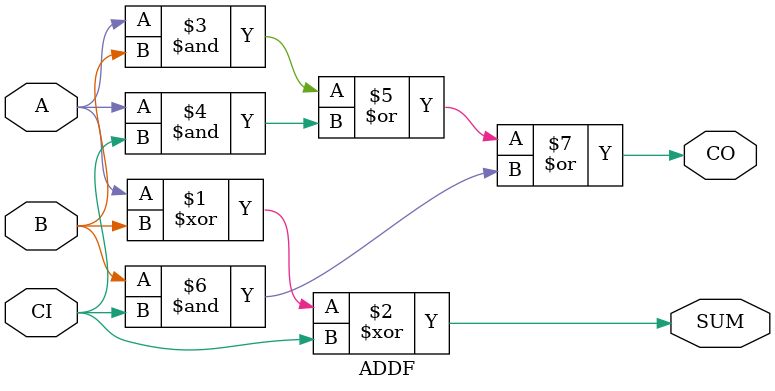
<source format=v>

module ADDF(
  input [0:0] A, // Input a
  input [0:0] B, // Input b
  input [0:0] CI, // Input cin
  output [0:0] CO, // Output carry
  output [0:0] SUM // Output sum
);
  assign SUM = A ^ B ^ CI;
  assign CO = (A & B) | (A & CI) | (B & CI); 
endmodule


</source>
